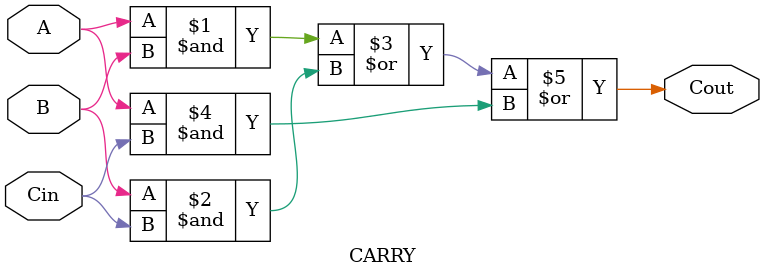
<source format=v>
module CARRY (Cout, A, B, Cin);
 
	output Cout;
	input A, B, Cin;
	
	// Behavioral code
	assign Cout = (A&B) | (B&Cin) | (A&Cin);
	
endmodule
</source>
